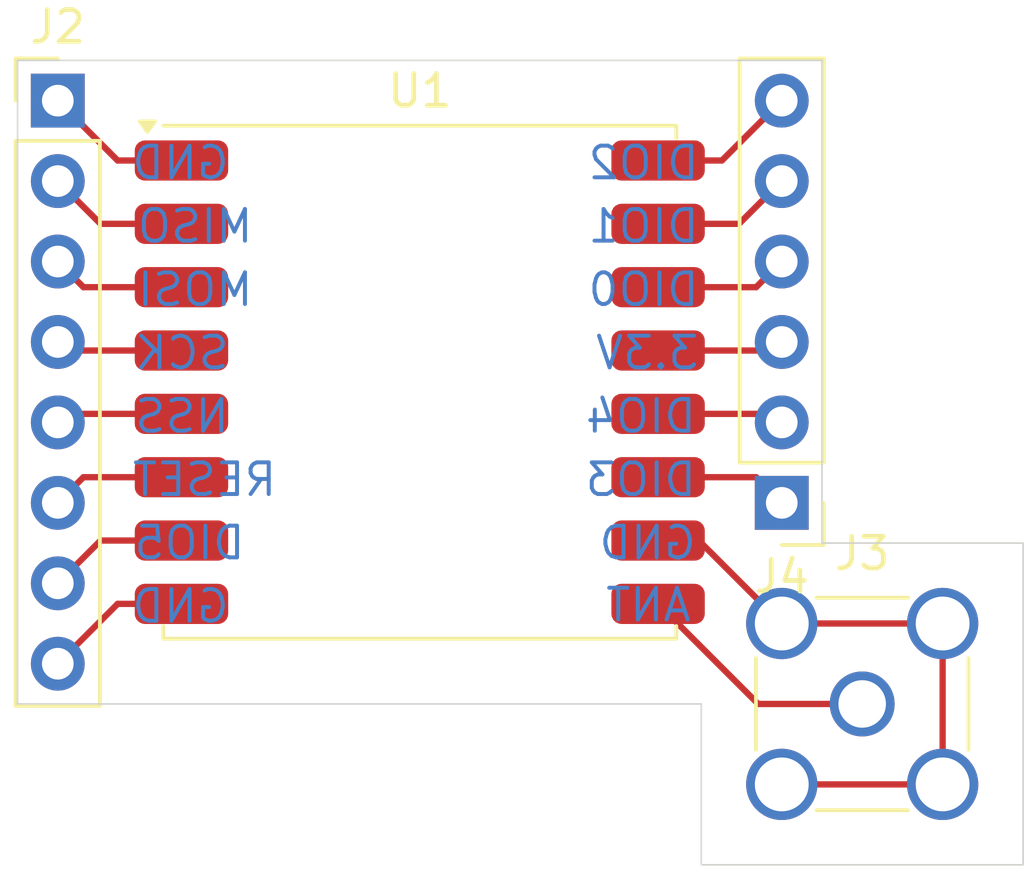
<source format=kicad_pcb>
(kicad_pcb (version 20240108) (generator "pcbnew") (generator_version "8.0")
  (layers (0 "F.Cu" signal) (31 "B.Cu" signal) (34 "B.Paste" user) (35 "F.Paste" user) (36 "B.SilkS" user "B.Silkscreen") (37 "F.SilkS" user "F.Silkscreen") (38 "B.Mask" user) (39 "F.Mask" user) (44 "Edge.Cuts" user))
  (net 0 "")
  (net 1 "Net-(J2-Pin_6)")
  (net 2 "Net-(J2-Pin_1)")
  (net 3 "Net-(J2-Pin_7)")
  (net 4 "Net-(J2-Pin_8)")
  (net 5 "Net-(J2-Pin_2)")
  (net 6 "Net-(J2-Pin_3)")
  (net 7 "Net-(J2-Pin_4)")
  (net 8 "Net-(J2-Pin_5)")
  (net 9 "Net-(J3-In)")
  (net 10 "Net-(J3-Ext)")
  (net 11 "Net-(J4-Pin_2)")
  (net 12 "Net-(J4-Pin_6)")
  (net 13 "Net-(J4-Pin_1)")
  (net 14 "Net-(J4-Pin_4)")
  (net 15 "Net-(J4-Pin_3)")
  (net 16 "Net-(J4-Pin_5)")
  (footprint "Connector_PinHeader_2.54mm:PinHeader_1x08_P2.54mm_Vertical" (layer "F.Cu") (at 128.27 76.2)
    (property "Reference" "J2" (at 0 -2.33 0) (layer "F.SilkS"))
    (property "Value" "Conn_01x08" (hide yes))
    (fp_line (start -1.33 -1.33) (end 0 -1.33) (stroke (width 0.12)) (layer "F.SilkS"))
    (fp_line (start -1.33 0) (end -1.33 -1.33) (stroke (width 0.12)) (layer "F.SilkS"))
    (fp_line (start -1.33 1.27) (end -1.33 19.11) (stroke (width 0.12)) (layer "F.SilkS"))
    (fp_line (start -1.33 1.27) (end 1.33 1.27) (stroke (width 0.12)) (layer "F.SilkS"))
    (fp_line (start -1.33 19.11) (end 1.33 19.11) (stroke (width 0.12)) (layer "F.SilkS"))
    (fp_line (start 1.33 1.27) (end 1.33 19.11) (stroke (width 0.12)) (layer "F.SilkS"))
    (pad "1" thru_hole rect (at 0 0) (size 1.7 1.7) (drill 1) (layers "*.Cu" "*.Mask") (net 2 "Net-(J2-Pin_1)"))
    (pad "2" thru_hole oval (at 0 2.54) (size 1.7 1.7) (drill 1) (layers "*.Cu" "*.Mask") (net 5 "Net-(J2-Pin_2)"))
    (pad "3" thru_hole oval (at 0 5.08) (size 1.7 1.7) (drill 1) (layers "*.Cu" "*.Mask") (net 6 "Net-(J2-Pin_3)"))
    (pad "4" thru_hole oval (at 0 7.62) (size 1.7 1.7) (drill 1) (layers "*.Cu" "*.Mask") (net 7 "Net-(J2-Pin_4)"))
    (pad "5" thru_hole oval (at 0 10.16) (size 1.7 1.7) (drill 1) (layers "*.Cu" "*.Mask") (net 8 "Net-(J2-Pin_5)"))
    (pad "6" thru_hole oval (at 0 12.7) (size 1.7 1.7) (drill 1) (layers "*.Cu" "*.Mask") (net 1 "Net-(J2-Pin_6)"))
    (pad "7" thru_hole oval (at 0 15.24) (size 1.7 1.7) (drill 1) (layers "*.Cu" "*.Mask") (net 3 "Net-(J2-Pin_7)"))
    (pad "8" thru_hole oval (at 0 17.78) (size 1.7 1.7) (drill 1) (layers "*.Cu" "*.Mask") (net 4 "Net-(J2-Pin_8)"))
  )
  (footprint "Connector_Coaxial:SMA_Amphenol_901-144_Vertical" (layer "F.Cu") (at 153.67 95.25)
    (property "Reference" "J3" (at 0 -4.75 0) (layer "F.SilkS"))
    (property "Value" "Conn_Coaxial")
    (fp_line (start -3.355 -1.45) (end -3.355 1.45) (stroke (width 0.12)) (layer "F.SilkS"))
    (fp_line (start -1.45 -3.355) (end 1.45 -3.355) (stroke (width 0.12)) (layer "F.SilkS"))
    (fp_line (start -1.45 3.355) (end 1.45 3.355) (stroke (width 0.12)) (layer "F.SilkS"))
    (fp_line (start 3.355 -1.45) (end 3.355 1.45) (stroke (width 0.12)) (layer "F.SilkS"))
    (pad "1" thru_hole circle (at 0 0) (size 2.05 2.05) (drill 1.5) (layers "*.Cu" "*.Mask") (net 9 "Net-(J3-In)"))
    (pad "2" thru_hole circle (at -2.54 -2.54) (size 2.25 2.25) (drill 1.7) (layers "*.Cu" "*.Mask") (net 10 "Net-(J3-Ext)"))
    (pad "2" thru_hole circle (at -2.54 2.54) (size 2.25 2.25) (drill 1.7) (layers "*.Cu" "*.Mask") (net 10 "Net-(J3-Ext)"))
    (pad "2" thru_hole circle (at 2.54 -2.54) (size 2.25 2.25) (drill 1.7) (layers "*.Cu" "*.Mask") (net 10 "Net-(J3-Ext)"))
    (pad "2" thru_hole circle (at 2.54 2.54) (size 2.25 2.25) (drill 1.7) (layers "*.Cu" "*.Mask") (net 10 "Net-(J3-Ext)"))
  )
  (footprint "Connector_PinHeader_2.54mm:PinHeader_1x06_P2.54mm_Vertical" (layer "F.Cu") (at 151.13 88.9 180)
    (property "Reference" "J4" (at 0 -2.33 360) (layer "F.SilkS"))
    (property "Value" "Conn_01x06")
    (fp_line (start 1.33 1.27) (end 1.33 14.03) (stroke (width 0.12)) (layer "F.SilkS"))
    (fp_line (start -1.33 14.03) (end 1.33 14.03) (stroke (width 0.12)) (layer "F.SilkS"))
    (fp_line (start -1.33 1.27) (end 1.33 1.27) (stroke (width 0.12)) (layer "F.SilkS"))
    (fp_line (start -1.33 1.27) (end -1.33 14.03) (stroke (width 0.12)) (layer "F.SilkS"))
    (fp_line (start -1.33 0) (end -1.33 -1.33) (stroke (width 0.12)) (layer "F.SilkS"))
    (fp_line (start -1.33 -1.33) (end 0 -1.33) (stroke (width 0.12)) (layer "F.SilkS"))
    (pad "1" thru_hole rect (at 0 0 180) (size 1.7 1.7) (drill 1) (layers "*.Cu" "*.Mask") (net 13 "Net-(J4-Pin_1)"))
    (pad "2" thru_hole oval (at 0 2.54 180) (size 1.7 1.7) (drill 1) (layers "*.Cu" "*.Mask") (net 11 "Net-(J4-Pin_2)"))
    (pad "3" thru_hole oval (at 0 5.08 180) (size 1.7 1.7) (drill 1) (layers "*.Cu" "*.Mask") (net 15 "Net-(J4-Pin_3)"))
    (pad "4" thru_hole oval (at 0 7.62 180) (size 1.7 1.7) (drill 1) (layers "*.Cu" "*.Mask") (net 14 "Net-(J4-Pin_4)"))
    (pad "5" thru_hole oval (at 0 10.16 180) (size 1.7 1.7) (drill 1) (layers "*.Cu" "*.Mask") (net 16 "Net-(J4-Pin_5)"))
    (pad "6" thru_hole oval (at 0 12.7 180) (size 1.7 1.7) (drill 1) (layers "*.Cu" "*.Mask") (net 12 "Net-(J4-Pin_6)"))
  )
  (footprint "RF_Module:HOPERF_RFM9XW_SMD" (layer "F.Cu") (at 139.7 85.09)
    (property "Reference" "U1" (at 0 -9.2 0) (layer "F.SilkS"))
    (property "Value" "RFM95W-915S2")
    (fp_line (start -8.1 -8.1) (end 8.1 -8.1) (stroke (width 0.12)) (layer "F.SilkS"))
    (fp_line (start -8.1 7.7) (end -8.1 8.1) (stroke (width 0.12)) (layer "F.SilkS"))
    (fp_line (start -8.1 8.1) (end 8.1 8.1) (stroke (width 0.12)) (layer "F.SilkS"))
    (fp_line (start 8.1 -8.1) (end 8.1 -7.7) (stroke (width 0.12)) (layer "F.SilkS"))
    (fp_line (start 8.1 8.1) (end 8.1 7.7) (stroke (width 0.12)) (layer "F.SilkS"))
    (fp_poly (pts (xy -8.6 -7.9) (xy -8.84 -8.236) (xy -8.36 -8.236) (xy -8.6 -7.9)) (stroke (width 0.12)) (fill solid) (layer "F.SilkS"))
    (pad "1" smd roundrect (at -7.525 -7) (size 2.95 1.27) (layers "F.Cu" "F.Paste" "F.Mask") (net 2 "Net-(J2-Pin_1)"))
    (pad "2" smd roundrect (at -7.525 -5) (size 2.95 1.27) (layers "F.Cu" "F.Paste" "F.Mask") (net 5 "Net-(J2-Pin_2)"))
    (pad "3" smd roundrect (at -7.525 -3) (size 2.95 1.27) (layers "F.Cu" "F.Paste" "F.Mask") (net 6 "Net-(J2-Pin_3)"))
    (pad "4" smd roundrect (at -7.525 -1) (size 2.95 1.27) (layers "F.Cu" "F.Paste" "F.Mask") (net 7 "Net-(J2-Pin_4)"))
    (pad "5" smd roundrect (at -7.525 1) (size 2.95 1.27) (layers "F.Cu" "F.Paste" "F.Mask") (net 8 "Net-(J2-Pin_5)"))
    (pad "6" smd roundrect (at -7.525 3) (size 2.95 1.27) (layers "F.Cu" "F.Paste" "F.Mask") (net 1 "Net-(J2-Pin_6)"))
    (pad "7" smd roundrect (at -7.525 5) (size 2.95 1.27) (layers "F.Cu" "F.Paste" "F.Mask") (net 3 "Net-(J2-Pin_7)"))
    (pad "8" smd roundrect (at -7.525 7) (size 2.95 1.27) (layers "F.Cu" "F.Paste" "F.Mask") (net 4 "Net-(J2-Pin_8)"))
    (pad "9" smd roundrect (at 7.525 7) (size 2.95 1.27) (layers "F.Cu" "F.Paste" "F.Mask") (net 9 "Net-(J3-In)"))
    (pad "10" smd roundrect (at 7.525 5) (size 2.95 1.27) (layers "F.Cu" "F.Paste" "F.Mask") (net 10 "Net-(J3-Ext)"))
    (pad "11" smd roundrect (at 7.525 3) (size 2.95 1.27) (layers "F.Cu" "F.Paste" "F.Mask") (net 13 "Net-(J4-Pin_1)"))
    (pad "12" smd roundrect (at 7.525 1) (size 2.95 1.27) (layers "F.Cu" "F.Paste" "F.Mask") (net 11 "Net-(J4-Pin_2)"))
    (pad "13" smd roundrect (at 7.525 -1) (size 2.95 1.27) (layers "F.Cu" "F.Paste" "F.Mask") (net 15 "Net-(J4-Pin_3)"))
    (pad "14" smd roundrect (at 7.525 -3) (size 2.95 1.27) (layers "F.Cu" "F.Paste" "F.Mask") (net 14 "Net-(J4-Pin_4)"))
    (pad "15" smd roundrect (at 7.525 -5) (size 2.95 1.27) (layers "F.Cu" "F.Paste" "F.Mask") (net 16 "Net-(J4-Pin_5)"))
    (pad "16" smd roundrect (at 7.525 -7) (size 2.95 1.27) (layers "F.Cu" "F.Paste" "F.Mask") (net 12 "Net-(J4-Pin_6)"))
  )
  (gr_poly (pts (xy 152.4 74.93) (xy 127 74.93) (xy 127 95.25) (xy 148.59 95.25) (xy 148.59 100.33) (xy 158.75 100.33) (xy 158.75 90.17) (xy 152.4 90.17)) (stroke (width 0.05)) (fill none) (layer "Edge.Cuts"))
  (gr_text "DIO4" (at 148.5 86.75 0) (layer "B.Cu") (effects (font (size 1 1) (thickness 0.125)) (justify left bottom mirror)))
  (gr_text "DIO5" (at 134.25 90.75 0) (layer "B.Cu") (effects (font (size 1 1) (thickness 0.125)) (justify left bottom mirror)))
  (gr_text "RESET" (at 135.25 88.75 0) (layer "B.Cu") (effects (font (size 1 1) (thickness 0.125)) (justify left bottom mirror)))
  (gr_text "DIO0" (at 148.585 82.75 0) (layer "B.Cu") (effects (font (size 1 1) (thickness 0.125)) (justify left bottom mirror)))
  (gr_text "DIO1" (at 148.585 80.75 0) (layer "B.Cu") (effects (font (size 1 1) (thickness 0.125)) (justify left bottom mirror)))
  (gr_text "GND" (at 148.5 90.75 0) (layer "B.Cu") (effects (font (size 1 1) (thickness 0.125)) (justify left bottom mirror)))
  (gr_text "ANT" (at 148.335 92.71 0) (layer "B.Cu") (effects (font (size 1 1) (thickness 0.125)) (justify left bottom mirror)))
  (gr_text "DIO3\n" (at 148.5 88.75 0) (layer "B.Cu") (effects (font (size 1 1) (thickness 0.125)) (justify left bottom mirror)))
  (gr_text "3.3V" (at 148.585 84.75 0) (layer "B.Cu") (effects (font (size 1 1) (thickness 0.125)) (justify left bottom mirror)))
  (gr_text "GND" (at 133.75 92.75 0) (layer "B.Cu") (effects (font (size 1 1) (thickness 0.125)) (justify left bottom mirror)))
  (gr_text "GND" (at 133.75 78.75 0) (layer "B.Cu") (effects (font (size 1 1) (thickness 0.125)) (justify left bottom mirror)))
  (gr_text "MOSI" (at 134.5 82.75 0) (layer "B.Cu") (effects (font (size 1 1) (thickness 0.125)) (justify left bottom mirror)))
  (gr_text "MISO" (at 134.5 80.75 0) (layer "B.Cu") (effects (font (size 1 1) (thickness 0.125)) (justify left bottom mirror)))
  (gr_text "NSS" (at 133.75 86.75 0) (layer "B.Cu") (effects (font (size 1 1) (thickness 0.125)) (justify left bottom mirror)))
  (gr_text "DIO2" (at 148.585 78.75 0) (layer "B.Cu") (effects (font (size 1 1) (thickness 0.125)) (justify left bottom mirror)))
  (gr_text "SCK" (at 133.75 84.75 0) (layer "B.Cu") (effects (font (size 1 1) (thickness 0.125)) (justify left bottom mirror)))
  (segment (start 132.175 88.09) (end 129.08 88.09) (width 0.2) (layer "F.Cu") (net 1))
  (segment (start 129.08 88.09) (end 128.27 88.9) (width 0.2) (layer "F.Cu") (net 1))
  (segment (start 132.175 78.09) (end 130.16 78.09) (width 0.2) (layer "F.Cu") (net 2))
  (segment (start 130.16 78.09) (end 128.27 76.2) (width 0.2) (layer "F.Cu") (net 2))
  (segment (start 129.62 90.09) (end 128.27 91.44) (width 0.2) (layer "F.Cu") (net 3))
  (segment (start 132.175 90.09) (end 129.62 90.09) (width 0.2) (layer "F.Cu") (net 3))
  (segment (start 130.16 92.09) (end 128.27 93.98) (width 0.2) (layer "F.Cu") (net 4))
  (segment (start 132.175 92.09) (end 130.16 92.09) (width 0.2) (layer "F.Cu") (net 4))
  (segment (start 129.62 80.09) (end 128.27 78.74) (width 0.2) (layer "F.Cu") (net 5))
  (segment (start 132.175 80.09) (end 129.62 80.09) (width 0.2) (layer "F.Cu") (net 5))
  (segment (start 132.175 82.09) (end 129.08 82.09) (width 0.2) (layer "F.Cu") (net 6))
  (segment (start 129.08 82.09) (end 128.27 81.28) (width 0.2) (layer "F.Cu") (net 6))
  (segment (start 132.175 84.09) (end 128.54 84.09) (width 0.2) (layer "F.Cu") (net 7))
  (segment (start 128.54 84.09) (end 128.27 83.82) (width 0.2) (layer "F.Cu") (net 7))
  (segment (start 131.905 86.36) (end 132.175 86.09) (width 0.2) (layer "F.Cu") (net 8))
  (segment (start 132.175 86.09) (end 128.54 86.09) (width 0.2) (layer "F.Cu") (net 8))
  (segment (start 128.54 86.09) (end 128.27 86.36) (width 0.2) (layer "F.Cu") (net 8))
  (segment (start 147.225 92.09) (end 150.385 95.25) (width 0.2) (layer "F.Cu") (net 9))
  (segment (start 150.385 95.25) (end 153.67 95.25) (width 0.2) (layer "F.Cu") (net 9))
  (segment (start 151.13 92.71) (end 156.21 92.71) (width 0.2) (layer "F.Cu") (net 10))
  (segment (start 147.225 90.09) (end 148.51 90.09) (width 0.2) (layer "F.Cu") (net 10))
  (segment (start 148.51 90.09) (end 151.13 92.71) (width 0.2) (layer "F.Cu") (net 10))
  (segment (start 156.21 92.71) (end 156.21 97.79) (width 0.2) (layer "F.Cu") (net 10))
  (segment (start 151.13 97.79) (end 156.21 97.79) (width 0.2) (layer "F.Cu") (net 10))
  (segment (start 150.86 86.09) (end 151.13 86.36) (width 0.2) (layer "F.Cu") (net 11))
  (segment (start 147.225 86.09) (end 150.86 86.09) (width 0.2) (layer "F.Cu") (net 11))
  (segment (start 147.225 78.09) (end 149.24 78.09) (width 0.2) (layer "F.Cu") (net 12))
  (segment (start 149.24 78.09) (end 151.13 76.2) (width 0.2) (layer "F.Cu") (net 12))
  (segment (start 150.32 88.09) (end 151.13 88.9) (width 0.2) (layer "F.Cu") (net 13))
  (segment (start 147.225 88.09) (end 150.32 88.09) (width 0.2) (layer "F.Cu") (net 13))
  (segment (start 150.32 82.09) (end 151.13 81.28) (width 0.2) (layer "F.Cu") (net 14))
  (segment (start 147.225 82.09) (end 150.32 82.09) (width 0.2) (layer "F.Cu") (net 14))
  (segment (start 147.225 84.09) (end 150.86 84.09) (width 0.2) (layer "F.Cu") (net 15))
  (segment (start 150.86 84.09) (end 151.13 83.82) (width 0.2) (layer "F.Cu") (net 15))
  (segment (start 149.78 80.09) (end 151.13 78.74) (width 0.2) (layer "F.Cu") (net 16))
  (segment (start 147.225 80.09) (end 149.78 80.09) (width 0.2) (layer "F.Cu") (net 16))
)
</source>
